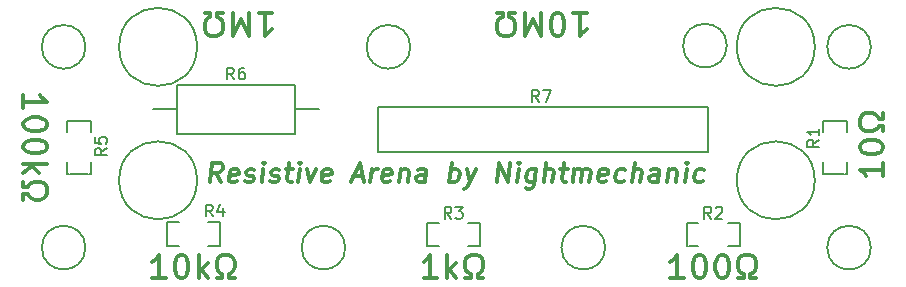
<source format=gto>
%FSLAX34Y34*%
G04 Gerber Fmt 3.4, Leading zero omitted, Abs format*
G04 (created by PCBNEW (2014-01-19 BZR 4624)-product) date 5/23/2014 12:26:44 AM*
%MOIN*%
G01*
G70*
G90*
G04 APERTURE LIST*
%ADD10C,0.005906*%
%ADD11C,0.011811*%
%ADD12C,0.007874*%
G04 APERTURE END LIST*
G54D10*
G54D11*
X24671Y-6336D02*
X25121Y-6336D01*
X24896Y-6336D02*
X24896Y-7124D01*
X24971Y-7011D01*
X25046Y-6936D01*
X25121Y-6899D01*
X24184Y-7124D02*
X24109Y-7124D01*
X24034Y-7086D01*
X23997Y-7049D01*
X23959Y-6974D01*
X23922Y-6824D01*
X23922Y-6636D01*
X23959Y-6486D01*
X23997Y-6411D01*
X24034Y-6374D01*
X24109Y-6336D01*
X24184Y-6336D01*
X24259Y-6374D01*
X24296Y-6411D01*
X24334Y-6486D01*
X24371Y-6636D01*
X24371Y-6824D01*
X24334Y-6974D01*
X24296Y-7049D01*
X24259Y-7086D01*
X24184Y-7124D01*
X23584Y-6336D02*
X23584Y-7124D01*
X23322Y-6561D01*
X23059Y-7124D01*
X23059Y-6336D01*
X22722Y-6336D02*
X22534Y-6336D01*
X22534Y-6486D01*
X22609Y-6524D01*
X22684Y-6599D01*
X22722Y-6711D01*
X22722Y-6899D01*
X22684Y-7011D01*
X22609Y-7086D01*
X22497Y-7124D01*
X22347Y-7124D01*
X22234Y-7086D01*
X22159Y-7011D01*
X22122Y-6899D01*
X22122Y-6711D01*
X22159Y-6599D01*
X22234Y-6524D01*
X22309Y-6486D01*
X22309Y-6336D01*
X22122Y-6336D01*
X14178Y-6336D02*
X14628Y-6336D01*
X14403Y-6336D02*
X14403Y-7124D01*
X14478Y-7011D01*
X14553Y-6936D01*
X14628Y-6899D01*
X13841Y-6336D02*
X13841Y-7124D01*
X13578Y-6561D01*
X13316Y-7124D01*
X13316Y-6336D01*
X12979Y-6336D02*
X12791Y-6336D01*
X12791Y-6486D01*
X12866Y-6524D01*
X12941Y-6599D01*
X12979Y-6711D01*
X12979Y-6899D01*
X12941Y-7011D01*
X12866Y-7086D01*
X12754Y-7124D01*
X12604Y-7124D01*
X12491Y-7086D01*
X12416Y-7011D01*
X12379Y-6899D01*
X12379Y-6711D01*
X12416Y-6599D01*
X12491Y-6524D01*
X12566Y-6486D01*
X12566Y-6336D01*
X12379Y-6336D01*
X6336Y-9533D02*
X6336Y-9083D01*
X6336Y-9308D02*
X7124Y-9308D01*
X7011Y-9233D01*
X6936Y-9158D01*
X6899Y-9083D01*
X7124Y-10020D02*
X7124Y-10095D01*
X7086Y-10170D01*
X7049Y-10208D01*
X6974Y-10245D01*
X6824Y-10283D01*
X6636Y-10283D01*
X6486Y-10245D01*
X6411Y-10208D01*
X6374Y-10170D01*
X6336Y-10095D01*
X6336Y-10020D01*
X6374Y-9945D01*
X6411Y-9908D01*
X6486Y-9870D01*
X6636Y-9833D01*
X6824Y-9833D01*
X6974Y-9870D01*
X7049Y-9908D01*
X7086Y-9945D01*
X7124Y-10020D01*
X7124Y-10770D02*
X7124Y-10845D01*
X7086Y-10920D01*
X7049Y-10958D01*
X6974Y-10995D01*
X6824Y-11032D01*
X6636Y-11032D01*
X6486Y-10995D01*
X6411Y-10958D01*
X6374Y-10920D01*
X6336Y-10845D01*
X6336Y-10770D01*
X6374Y-10695D01*
X6411Y-10658D01*
X6486Y-10620D01*
X6636Y-10583D01*
X6824Y-10583D01*
X6974Y-10620D01*
X7049Y-10658D01*
X7086Y-10695D01*
X7124Y-10770D01*
X6336Y-11370D02*
X7124Y-11370D01*
X6636Y-11445D02*
X6336Y-11670D01*
X6861Y-11670D02*
X6561Y-11370D01*
X6336Y-11970D02*
X6336Y-12157D01*
X6486Y-12157D01*
X6524Y-12082D01*
X6599Y-12007D01*
X6711Y-11970D01*
X6899Y-11970D01*
X7011Y-12007D01*
X7086Y-12082D01*
X7124Y-12195D01*
X7124Y-12345D01*
X7086Y-12457D01*
X7011Y-12532D01*
X6899Y-12570D01*
X6711Y-12570D01*
X6599Y-12532D01*
X6524Y-12457D01*
X6486Y-12382D01*
X6336Y-12382D01*
X6336Y-12570D01*
X11089Y-15198D02*
X10639Y-15198D01*
X10864Y-15198D02*
X10864Y-14411D01*
X10789Y-14523D01*
X10714Y-14598D01*
X10639Y-14636D01*
X11576Y-14411D02*
X11651Y-14411D01*
X11726Y-14448D01*
X11764Y-14486D01*
X11801Y-14561D01*
X11839Y-14711D01*
X11839Y-14898D01*
X11801Y-15048D01*
X11764Y-15123D01*
X11726Y-15161D01*
X11651Y-15198D01*
X11576Y-15198D01*
X11501Y-15161D01*
X11464Y-15123D01*
X11426Y-15048D01*
X11389Y-14898D01*
X11389Y-14711D01*
X11426Y-14561D01*
X11464Y-14486D01*
X11501Y-14448D01*
X11576Y-14411D01*
X12176Y-15198D02*
X12176Y-14411D01*
X12251Y-14898D02*
X12476Y-15198D01*
X12476Y-14673D02*
X12176Y-14973D01*
X12776Y-15198D02*
X12964Y-15198D01*
X12964Y-15048D01*
X12889Y-15011D01*
X12814Y-14936D01*
X12776Y-14823D01*
X12776Y-14636D01*
X12814Y-14523D01*
X12889Y-14448D01*
X13001Y-14411D01*
X13151Y-14411D01*
X13263Y-14448D01*
X13338Y-14523D01*
X13376Y-14636D01*
X13376Y-14823D01*
X13338Y-14936D01*
X13263Y-15011D01*
X13188Y-15048D01*
X13188Y-15198D01*
X13376Y-15198D01*
X20125Y-15198D02*
X19675Y-15198D01*
X19900Y-15198D02*
X19900Y-14411D01*
X19825Y-14523D01*
X19750Y-14598D01*
X19675Y-14636D01*
X20463Y-15198D02*
X20463Y-14411D01*
X20538Y-14898D02*
X20763Y-15198D01*
X20763Y-14673D02*
X20463Y-14973D01*
X21062Y-15198D02*
X21250Y-15198D01*
X21250Y-15048D01*
X21175Y-15011D01*
X21100Y-14936D01*
X21062Y-14823D01*
X21062Y-14636D01*
X21100Y-14523D01*
X21175Y-14448D01*
X21287Y-14411D01*
X21437Y-14411D01*
X21550Y-14448D01*
X21625Y-14523D01*
X21662Y-14636D01*
X21662Y-14823D01*
X21625Y-14936D01*
X21550Y-15011D01*
X21475Y-15048D01*
X21475Y-15198D01*
X21662Y-15198D01*
X28355Y-15198D02*
X27905Y-15198D01*
X28130Y-15198D02*
X28130Y-14411D01*
X28055Y-14523D01*
X27980Y-14598D01*
X27905Y-14636D01*
X28843Y-14411D02*
X28918Y-14411D01*
X28993Y-14448D01*
X29030Y-14486D01*
X29068Y-14561D01*
X29105Y-14711D01*
X29105Y-14898D01*
X29068Y-15048D01*
X29030Y-15123D01*
X28993Y-15161D01*
X28918Y-15198D01*
X28843Y-15198D01*
X28768Y-15161D01*
X28730Y-15123D01*
X28693Y-15048D01*
X28655Y-14898D01*
X28655Y-14711D01*
X28693Y-14561D01*
X28730Y-14486D01*
X28768Y-14448D01*
X28843Y-14411D01*
X29593Y-14411D02*
X29668Y-14411D01*
X29743Y-14448D01*
X29780Y-14486D01*
X29818Y-14561D01*
X29855Y-14711D01*
X29855Y-14898D01*
X29818Y-15048D01*
X29780Y-15123D01*
X29743Y-15161D01*
X29668Y-15198D01*
X29593Y-15198D01*
X29518Y-15161D01*
X29480Y-15123D01*
X29443Y-15048D01*
X29405Y-14898D01*
X29405Y-14711D01*
X29443Y-14561D01*
X29480Y-14486D01*
X29518Y-14448D01*
X29593Y-14411D01*
X30155Y-15198D02*
X30343Y-15198D01*
X30343Y-15048D01*
X30268Y-15011D01*
X30193Y-14936D01*
X30155Y-14823D01*
X30155Y-14636D01*
X30193Y-14523D01*
X30268Y-14448D01*
X30380Y-14411D01*
X30530Y-14411D01*
X30643Y-14448D01*
X30718Y-14523D01*
X30755Y-14636D01*
X30755Y-14823D01*
X30718Y-14936D01*
X30643Y-15011D01*
X30568Y-15048D01*
X30568Y-15198D01*
X30755Y-15198D01*
X35001Y-11347D02*
X35001Y-11797D01*
X35001Y-11572D02*
X34214Y-11572D01*
X34326Y-11647D01*
X34401Y-11722D01*
X34439Y-11797D01*
X34214Y-10860D02*
X34214Y-10785D01*
X34251Y-10710D01*
X34289Y-10673D01*
X34364Y-10635D01*
X34514Y-10598D01*
X34701Y-10598D01*
X34851Y-10635D01*
X34926Y-10673D01*
X34964Y-10710D01*
X35001Y-10785D01*
X35001Y-10860D01*
X34964Y-10935D01*
X34926Y-10973D01*
X34851Y-11010D01*
X34701Y-11047D01*
X34514Y-11047D01*
X34364Y-11010D01*
X34289Y-10973D01*
X34251Y-10935D01*
X34214Y-10860D01*
X35001Y-10298D02*
X35001Y-10110D01*
X34851Y-10110D01*
X34814Y-10185D01*
X34739Y-10260D01*
X34626Y-10298D01*
X34439Y-10298D01*
X34326Y-10260D01*
X34251Y-10185D01*
X34214Y-10073D01*
X34214Y-9923D01*
X34251Y-9810D01*
X34326Y-9735D01*
X34439Y-9698D01*
X34626Y-9698D01*
X34739Y-9735D01*
X34814Y-9810D01*
X34851Y-9885D01*
X35001Y-9885D01*
X35001Y-9698D01*
X12924Y-11986D02*
X12746Y-11677D01*
X12553Y-11986D02*
X12634Y-11337D01*
X12881Y-11337D01*
X12939Y-11368D01*
X12966Y-11399D01*
X12990Y-11460D01*
X12978Y-11553D01*
X12939Y-11615D01*
X12905Y-11646D01*
X12839Y-11677D01*
X12591Y-11677D01*
X13454Y-11955D02*
X13388Y-11986D01*
X13264Y-11986D01*
X13206Y-11955D01*
X13183Y-11893D01*
X13214Y-11646D01*
X13253Y-11584D01*
X13318Y-11553D01*
X13442Y-11553D01*
X13500Y-11584D01*
X13523Y-11646D01*
X13516Y-11708D01*
X13198Y-11770D01*
X13732Y-11955D02*
X13790Y-11986D01*
X13914Y-11986D01*
X13980Y-11955D01*
X14018Y-11893D01*
X14022Y-11863D01*
X13999Y-11801D01*
X13941Y-11770D01*
X13848Y-11770D01*
X13790Y-11739D01*
X13767Y-11677D01*
X13771Y-11646D01*
X13809Y-11584D01*
X13875Y-11553D01*
X13968Y-11553D01*
X14026Y-11584D01*
X14285Y-11986D02*
X14339Y-11553D01*
X14366Y-11337D02*
X14331Y-11368D01*
X14359Y-11399D01*
X14393Y-11368D01*
X14366Y-11337D01*
X14359Y-11399D01*
X14567Y-11955D02*
X14625Y-11986D01*
X14749Y-11986D01*
X14815Y-11955D01*
X14853Y-11893D01*
X14857Y-11863D01*
X14834Y-11801D01*
X14776Y-11770D01*
X14683Y-11770D01*
X14625Y-11739D01*
X14602Y-11677D01*
X14606Y-11646D01*
X14645Y-11584D01*
X14710Y-11553D01*
X14803Y-11553D01*
X14861Y-11584D01*
X15082Y-11553D02*
X15329Y-11553D01*
X15201Y-11337D02*
X15132Y-11893D01*
X15155Y-11955D01*
X15213Y-11986D01*
X15275Y-11986D01*
X15491Y-11986D02*
X15546Y-11553D01*
X15573Y-11337D02*
X15538Y-11368D01*
X15565Y-11399D01*
X15600Y-11368D01*
X15573Y-11337D01*
X15565Y-11399D01*
X15793Y-11553D02*
X15894Y-11986D01*
X16102Y-11553D01*
X16547Y-11955D02*
X16481Y-11986D01*
X16358Y-11986D01*
X16300Y-11955D01*
X16276Y-11893D01*
X16307Y-11646D01*
X16346Y-11584D01*
X16412Y-11553D01*
X16535Y-11553D01*
X16593Y-11584D01*
X16617Y-11646D01*
X16609Y-11708D01*
X16292Y-11770D01*
X17340Y-11801D02*
X17649Y-11801D01*
X17255Y-11986D02*
X17552Y-11337D01*
X17688Y-11986D01*
X17904Y-11986D02*
X17958Y-11553D01*
X17943Y-11677D02*
X17982Y-11615D01*
X18016Y-11584D01*
X18082Y-11553D01*
X18144Y-11553D01*
X18558Y-11955D02*
X18492Y-11986D01*
X18368Y-11986D01*
X18310Y-11955D01*
X18287Y-11893D01*
X18318Y-11646D01*
X18357Y-11584D01*
X18422Y-11553D01*
X18546Y-11553D01*
X18604Y-11584D01*
X18627Y-11646D01*
X18620Y-11708D01*
X18303Y-11770D01*
X18917Y-11553D02*
X18863Y-11986D01*
X18910Y-11615D02*
X18944Y-11584D01*
X19010Y-11553D01*
X19103Y-11553D01*
X19161Y-11584D01*
X19184Y-11646D01*
X19142Y-11986D01*
X19729Y-11986D02*
X19772Y-11646D01*
X19749Y-11584D01*
X19691Y-11553D01*
X19567Y-11553D01*
X19501Y-11584D01*
X19733Y-11955D02*
X19667Y-11986D01*
X19513Y-11986D01*
X19455Y-11955D01*
X19432Y-11893D01*
X19439Y-11832D01*
X19478Y-11770D01*
X19544Y-11739D01*
X19698Y-11739D01*
X19764Y-11708D01*
X20534Y-11986D02*
X20615Y-11337D01*
X20584Y-11584D02*
X20650Y-11553D01*
X20773Y-11553D01*
X20831Y-11584D01*
X20858Y-11615D01*
X20882Y-11677D01*
X20858Y-11863D01*
X20820Y-11924D01*
X20785Y-11955D01*
X20719Y-11986D01*
X20596Y-11986D01*
X20537Y-11955D01*
X21114Y-11553D02*
X21214Y-11986D01*
X21423Y-11553D02*
X21214Y-11986D01*
X21133Y-12141D01*
X21098Y-12172D01*
X21032Y-12203D01*
X22111Y-11986D02*
X22192Y-11337D01*
X22482Y-11986D01*
X22564Y-11337D01*
X22792Y-11986D02*
X22846Y-11553D01*
X22873Y-11337D02*
X22838Y-11368D01*
X22865Y-11399D01*
X22900Y-11368D01*
X22873Y-11337D01*
X22865Y-11399D01*
X23434Y-11553D02*
X23368Y-12079D01*
X23329Y-12141D01*
X23294Y-12172D01*
X23229Y-12203D01*
X23136Y-12203D01*
X23078Y-12172D01*
X23383Y-11955D02*
X23318Y-11986D01*
X23194Y-11986D01*
X23136Y-11955D01*
X23109Y-11924D01*
X23086Y-11863D01*
X23109Y-11677D01*
X23148Y-11615D01*
X23182Y-11584D01*
X23248Y-11553D01*
X23372Y-11553D01*
X23430Y-11584D01*
X23689Y-11986D02*
X23770Y-11337D01*
X23967Y-11986D02*
X24010Y-11646D01*
X23987Y-11584D01*
X23929Y-11553D01*
X23836Y-11553D01*
X23770Y-11584D01*
X23735Y-11615D01*
X24238Y-11553D02*
X24485Y-11553D01*
X24358Y-11337D02*
X24288Y-11893D01*
X24311Y-11955D01*
X24369Y-11986D01*
X24431Y-11986D01*
X24648Y-11986D02*
X24702Y-11553D01*
X24694Y-11615D02*
X24729Y-11584D01*
X24795Y-11553D01*
X24888Y-11553D01*
X24946Y-11584D01*
X24969Y-11646D01*
X24926Y-11986D01*
X24969Y-11646D02*
X25007Y-11584D01*
X25073Y-11553D01*
X25166Y-11553D01*
X25224Y-11584D01*
X25247Y-11646D01*
X25205Y-11986D01*
X25765Y-11955D02*
X25700Y-11986D01*
X25576Y-11986D01*
X25518Y-11955D01*
X25495Y-11893D01*
X25526Y-11646D01*
X25564Y-11584D01*
X25630Y-11553D01*
X25754Y-11553D01*
X25812Y-11584D01*
X25835Y-11646D01*
X25827Y-11708D01*
X25510Y-11770D01*
X26353Y-11955D02*
X26287Y-11986D01*
X26164Y-11986D01*
X26106Y-11955D01*
X26078Y-11924D01*
X26055Y-11863D01*
X26078Y-11677D01*
X26117Y-11615D01*
X26152Y-11584D01*
X26218Y-11553D01*
X26341Y-11553D01*
X26399Y-11584D01*
X26628Y-11986D02*
X26709Y-11337D01*
X26906Y-11986D02*
X26948Y-11646D01*
X26925Y-11584D01*
X26867Y-11553D01*
X26774Y-11553D01*
X26709Y-11584D01*
X26674Y-11615D01*
X27494Y-11986D02*
X27536Y-11646D01*
X27513Y-11584D01*
X27455Y-11553D01*
X27331Y-11553D01*
X27266Y-11584D01*
X27498Y-11955D02*
X27432Y-11986D01*
X27277Y-11986D01*
X27219Y-11955D01*
X27196Y-11893D01*
X27204Y-11832D01*
X27242Y-11770D01*
X27308Y-11739D01*
X27463Y-11739D01*
X27529Y-11708D01*
X27857Y-11553D02*
X27803Y-11986D01*
X27849Y-11615D02*
X27884Y-11584D01*
X27950Y-11553D01*
X28043Y-11553D01*
X28101Y-11584D01*
X28124Y-11646D01*
X28081Y-11986D01*
X28391Y-11986D02*
X28445Y-11553D01*
X28472Y-11337D02*
X28437Y-11368D01*
X28464Y-11399D01*
X28499Y-11368D01*
X28472Y-11337D01*
X28464Y-11399D01*
X28982Y-11955D02*
X28917Y-11986D01*
X28793Y-11986D01*
X28735Y-11955D01*
X28708Y-11924D01*
X28685Y-11863D01*
X28708Y-11677D01*
X28747Y-11615D01*
X28781Y-11584D01*
X28847Y-11553D01*
X28971Y-11553D01*
X29029Y-11584D01*
G54D12*
X34586Y-7480D02*
G75*
G03X34586Y-7480I-728J0D01*
G74*
G01*
X34586Y-14173D02*
G75*
G03X34586Y-14173I-728J0D01*
G74*
G01*
X25728Y-14173D02*
G75*
G03X25728Y-14173I-728J0D01*
G74*
G01*
X17066Y-14173D02*
G75*
G03X17066Y-14173I-728J0D01*
G74*
G01*
X8405Y-14173D02*
G75*
G03X8405Y-14173I-728J0D01*
G74*
G01*
X8405Y-7480D02*
G75*
G03X8405Y-7480I-728J0D01*
G74*
G01*
X19232Y-7480D02*
G75*
G03X19232Y-7480I-728J0D01*
G74*
G01*
X15393Y-9566D02*
X15393Y-10393D01*
X15393Y-10393D02*
X11456Y-10393D01*
X11456Y-10393D02*
X11456Y-9566D01*
X11456Y-9566D02*
X10669Y-9566D01*
X10669Y-9566D02*
X11456Y-9566D01*
X11456Y-9566D02*
X11456Y-8740D01*
X11456Y-8740D02*
X15393Y-8740D01*
X15393Y-8740D02*
X15393Y-9566D01*
X16181Y-9566D02*
X15393Y-9566D01*
X29161Y-9496D02*
X18161Y-9496D01*
X18161Y-9496D02*
X18161Y-10996D01*
X18161Y-10996D02*
X29161Y-10996D01*
X29161Y-10996D02*
X29161Y-9496D01*
X12125Y-11929D02*
G75*
G03X12125Y-11929I-1299J0D01*
G74*
G01*
X12125Y-7480D02*
G75*
G03X12125Y-7480I-1299J0D01*
G74*
G01*
X32716Y-7480D02*
G75*
G03X32716Y-7480I-1299J0D01*
G74*
G01*
X32716Y-11929D02*
G75*
G03X32716Y-11929I-1299J0D01*
G74*
G01*
X33681Y-9940D02*
X33779Y-9940D01*
X33779Y-9940D02*
X33779Y-10019D01*
X32992Y-10019D02*
X32992Y-9940D01*
X32992Y-9940D02*
X33070Y-9940D01*
X32992Y-11614D02*
X32992Y-11712D01*
X32992Y-11712D02*
X33051Y-11712D01*
X33779Y-11653D02*
X33779Y-11712D01*
X33779Y-11712D02*
X33720Y-11712D01*
X32992Y-11318D02*
X32992Y-11633D01*
X33070Y-11712D02*
X33700Y-11712D01*
X33779Y-11633D02*
X33779Y-11318D01*
X32992Y-10019D02*
X32992Y-10334D01*
X33779Y-10019D02*
X33779Y-10334D01*
X33700Y-9940D02*
X33070Y-9940D01*
X30216Y-14035D02*
X30216Y-14133D01*
X30216Y-14133D02*
X30137Y-14133D01*
X30137Y-13346D02*
X30216Y-13346D01*
X30216Y-13346D02*
X30216Y-13425D01*
X28543Y-13346D02*
X28444Y-13346D01*
X28444Y-13346D02*
X28444Y-13405D01*
X28503Y-14133D02*
X28444Y-14133D01*
X28444Y-14133D02*
X28444Y-14074D01*
X28838Y-13346D02*
X28523Y-13346D01*
X28444Y-13425D02*
X28444Y-14055D01*
X28523Y-14133D02*
X28838Y-14133D01*
X30137Y-13346D02*
X29822Y-13346D01*
X30137Y-14133D02*
X29822Y-14133D01*
X30216Y-14055D02*
X30216Y-13425D01*
X21555Y-14035D02*
X21555Y-14133D01*
X21555Y-14133D02*
X21476Y-14133D01*
X21476Y-13346D02*
X21555Y-13346D01*
X21555Y-13346D02*
X21555Y-13425D01*
X19881Y-13346D02*
X19783Y-13346D01*
X19783Y-13346D02*
X19783Y-13405D01*
X19842Y-14133D02*
X19783Y-14133D01*
X19783Y-14133D02*
X19783Y-14074D01*
X20177Y-13346D02*
X19862Y-13346D01*
X19783Y-13425D02*
X19783Y-14055D01*
X19862Y-14133D02*
X20177Y-14133D01*
X21476Y-13346D02*
X21161Y-13346D01*
X21476Y-14133D02*
X21161Y-14133D01*
X21555Y-14055D02*
X21555Y-13425D01*
X12893Y-14015D02*
X12893Y-14114D01*
X12893Y-14114D02*
X12814Y-14114D01*
X12814Y-13326D02*
X12893Y-13326D01*
X12893Y-13326D02*
X12893Y-13405D01*
X11220Y-13326D02*
X11122Y-13326D01*
X11122Y-13326D02*
X11122Y-13385D01*
X11181Y-14114D02*
X11122Y-14114D01*
X11122Y-14114D02*
X11122Y-14055D01*
X11515Y-13326D02*
X11200Y-13326D01*
X11122Y-13405D02*
X11122Y-14035D01*
X11200Y-14114D02*
X11515Y-14114D01*
X12814Y-13326D02*
X12500Y-13326D01*
X12814Y-14114D02*
X12500Y-14114D01*
X12893Y-14035D02*
X12893Y-13405D01*
X8484Y-9940D02*
X8582Y-9940D01*
X8582Y-9940D02*
X8582Y-10019D01*
X7795Y-10019D02*
X7795Y-9940D01*
X7795Y-9940D02*
X7874Y-9940D01*
X7795Y-11614D02*
X7795Y-11712D01*
X7795Y-11712D02*
X7854Y-11712D01*
X8582Y-11653D02*
X8582Y-11712D01*
X8582Y-11712D02*
X8523Y-11712D01*
X7795Y-11318D02*
X7795Y-11633D01*
X7874Y-11712D02*
X8503Y-11712D01*
X8582Y-11633D02*
X8582Y-11318D01*
X7795Y-10019D02*
X7795Y-10334D01*
X8582Y-10019D02*
X8582Y-10334D01*
X8503Y-9940D02*
X7874Y-9940D01*
X29783Y-7440D02*
G75*
G03X29783Y-7440I-728J0D01*
G74*
G01*
G54D10*
X13359Y-8563D02*
X13228Y-8376D01*
X13134Y-8563D02*
X13134Y-8170D01*
X13284Y-8170D01*
X13322Y-8188D01*
X13340Y-8207D01*
X13359Y-8245D01*
X13359Y-8301D01*
X13340Y-8338D01*
X13322Y-8357D01*
X13284Y-8376D01*
X13134Y-8376D01*
X13697Y-8170D02*
X13622Y-8170D01*
X13584Y-8188D01*
X13565Y-8207D01*
X13528Y-8263D01*
X13509Y-8338D01*
X13509Y-8488D01*
X13528Y-8526D01*
X13547Y-8545D01*
X13584Y-8563D01*
X13659Y-8563D01*
X13697Y-8545D01*
X13715Y-8526D01*
X13734Y-8488D01*
X13734Y-8395D01*
X13715Y-8357D01*
X13697Y-8338D01*
X13659Y-8320D01*
X13584Y-8320D01*
X13547Y-8338D01*
X13528Y-8357D01*
X13509Y-8395D01*
X23517Y-9311D02*
X23385Y-9124D01*
X23292Y-9311D02*
X23292Y-8918D01*
X23442Y-8918D01*
X23479Y-8937D01*
X23498Y-8955D01*
X23517Y-8993D01*
X23517Y-9049D01*
X23498Y-9086D01*
X23479Y-9105D01*
X23442Y-9124D01*
X23292Y-9124D01*
X23648Y-8918D02*
X23910Y-8918D01*
X23742Y-9311D01*
X32855Y-10577D02*
X32667Y-10708D01*
X32855Y-10802D02*
X32461Y-10802D01*
X32461Y-10652D01*
X32480Y-10614D01*
X32499Y-10596D01*
X32536Y-10577D01*
X32592Y-10577D01*
X32630Y-10596D01*
X32649Y-10614D01*
X32667Y-10652D01*
X32667Y-10802D01*
X32855Y-10202D02*
X32855Y-10427D01*
X32855Y-10314D02*
X32461Y-10314D01*
X32517Y-10352D01*
X32555Y-10389D01*
X32574Y-10427D01*
X29265Y-13209D02*
X29133Y-13022D01*
X29040Y-13209D02*
X29040Y-12815D01*
X29190Y-12815D01*
X29227Y-12834D01*
X29246Y-12853D01*
X29265Y-12890D01*
X29265Y-12947D01*
X29246Y-12984D01*
X29227Y-13003D01*
X29190Y-13022D01*
X29040Y-13022D01*
X29415Y-12853D02*
X29433Y-12834D01*
X29471Y-12815D01*
X29565Y-12815D01*
X29602Y-12834D01*
X29621Y-12853D01*
X29640Y-12890D01*
X29640Y-12928D01*
X29621Y-12984D01*
X29396Y-13209D01*
X29640Y-13209D01*
X20603Y-13209D02*
X20472Y-13022D01*
X20378Y-13209D02*
X20378Y-12815D01*
X20528Y-12815D01*
X20566Y-12834D01*
X20584Y-12853D01*
X20603Y-12890D01*
X20603Y-12947D01*
X20584Y-12984D01*
X20566Y-13003D01*
X20528Y-13022D01*
X20378Y-13022D01*
X20734Y-12815D02*
X20978Y-12815D01*
X20847Y-12965D01*
X20903Y-12965D01*
X20941Y-12984D01*
X20959Y-13003D01*
X20978Y-13040D01*
X20978Y-13134D01*
X20959Y-13172D01*
X20941Y-13190D01*
X20903Y-13209D01*
X20791Y-13209D01*
X20753Y-13190D01*
X20734Y-13172D01*
X12650Y-13130D02*
X12519Y-12943D01*
X12425Y-13130D02*
X12425Y-12737D01*
X12575Y-12737D01*
X12613Y-12755D01*
X12632Y-12774D01*
X12650Y-12812D01*
X12650Y-12868D01*
X12632Y-12905D01*
X12613Y-12924D01*
X12575Y-12943D01*
X12425Y-12943D01*
X12988Y-12868D02*
X12988Y-13130D01*
X12894Y-12718D02*
X12800Y-12999D01*
X13044Y-12999D01*
X9115Y-10853D02*
X8927Y-10984D01*
X9115Y-11077D02*
X8721Y-11077D01*
X8721Y-10928D01*
X8740Y-10890D01*
X8758Y-10871D01*
X8796Y-10853D01*
X8852Y-10853D01*
X8890Y-10871D01*
X8908Y-10890D01*
X8927Y-10928D01*
X8927Y-11077D01*
X8721Y-10496D02*
X8721Y-10684D01*
X8908Y-10703D01*
X8890Y-10684D01*
X8871Y-10646D01*
X8871Y-10553D01*
X8890Y-10515D01*
X8908Y-10496D01*
X8946Y-10478D01*
X9040Y-10478D01*
X9077Y-10496D01*
X9096Y-10515D01*
X9115Y-10553D01*
X9115Y-10646D01*
X9096Y-10684D01*
X9077Y-10703D01*
M02*

</source>
